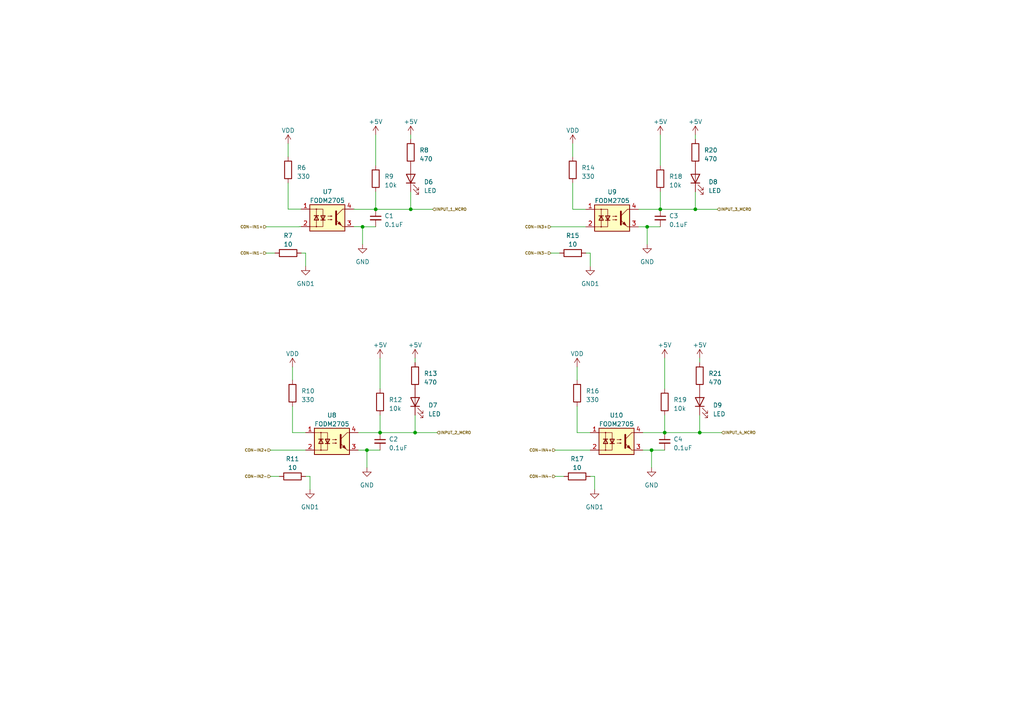
<source format=kicad_sch>
(kicad_sch (version 20230121) (generator eeschema)
  (paper "A4")
  (lib_symbols
    (symbol "Device:C_Small" (pin_numbers hide) (pin_names (offset 0.254) hide)
      (property "Reference" "C" (at 0.254 1.778 0))
      (property "Value" "C_Small" (at 0.254 -2.032 0))
      (symbol "C_Small_0_1"
        (polyline (pts (xy -1.524 -0.508) (xy 1.524 -0.508)) (stroke (width 0.3302)))
        (polyline (pts (xy -1.524 0.508) (xy 1.524 0.508)) (stroke (width 0.3048)))
      )
      (symbol "C_Small_1_1"
        (pin passive line (at 0 2.54 270) (length 2.032) (name "~") (number "1"))
        (pin passive line (at 0 -2.54 90) (length 2.032) (name "~") (number "2"))
      )
    )
    (symbol "Device:LED" (pin_numbers hide) (pin_names (offset 1.016) hide)
      (property "Reference" "D" (at 0 2.54 0))
      (property "Value" "LED" (at 0 -2.54 0))
      (symbol "LED_0_1"
        (polyline (pts (xy -1.27 -1.27) (xy -1.27 1.27)) (stroke (width 0.254)))
        (polyline (pts (xy -1.27 0) (xy 1.27 0)))
        (polyline (pts (xy 1.27 -1.27) (xy 1.27 1.27) (xy -1.27 0) (xy 1.27 -1.27)) (stroke (width 0.254)))
        (polyline (pts (xy -3.048 -0.762) (xy -4.572 -2.286) (xy -3.81 -2.286) (xy -4.572 -2.286) (xy -4.572 -1.524)))
        (polyline (pts (xy -1.778 -0.762) (xy -3.302 -2.286) (xy -2.54 -2.286) (xy -3.302 -2.286) (xy -3.302 -1.524)))
      )
      (symbol "LED_1_1"
        (pin passive line (at -3.81 0 0) (length 2.54) (name "K") (number "1"))
        (pin passive line (at 3.81 0 180) (length 2.54) (name "A") (number "2"))
      )
    )
    (symbol "Device:R" (pin_numbers hide) (pin_names (offset 0))
      (property "Reference" "R" (at 2.032 0 90))
      (property "Value" "R" (at 0 0 90))
      (symbol "R_0_1"
        (rectangle (start -1.016 -2.54) (end 1.016 2.54) (stroke (width 0.254)))
      )
      (symbol "R_1_1"
        (pin passive line (at 0 3.81 270) (length 1.27) (name "~") (number "1"))
        (pin passive line (at 0 -3.81 90) (length 1.27) (name "~") (number "2"))
      )
    )
    (symbol "nuevos simvolos:FODM2705"
      (property "Reference" "U" (at 0 0 0))
      (property "Value" "FODM2705" (at 0 -1.8288 0))
      (symbol "FODM2705_0_1"
        (rectangle (start -5.1308 8.9408) (end 5.0292 1.3208) (stroke (width 0.254)) (fill (type background)))
        (circle (center -3.2258 2.5908) (radius 0.127))
        (circle (center -3.2258 7.6708) (radius 0.127))
        (polyline (pts (xy -3.8608 5.7658) (xy -2.5908 5.7658)) (stroke (width 0.254)))
        (polyline (pts (xy -3.2258 4.4958) (xy -3.2258 2.5908)))
        (polyline (pts (xy -3.2258 4.4958) (xy -3.2258 7.6708)))
        (polyline (pts (xy -1.9558 4.4958) (xy -0.6858 4.4958)) (stroke (width 0.254)))
        (polyline (pts (xy 2.4892 5.7658) (xy 4.3942 7.6708)))
        (polyline (pts (xy 4.3942 2.5908) (xy 2.4892 4.4958)) (fill (type outline)))
        (polyline (pts (xy 4.3942 2.5908) (xy 5.0292 2.5908)))
        (polyline (pts (xy 4.3942 7.6708) (xy 5.0292 7.6708)))
        (polyline (pts (xy -5.1308 7.6708) (xy -1.3208 7.6708) (xy -1.3208 4.4958)))
        (polyline (pts (xy -1.3208 4.4958) (xy -1.3208 2.5908) (xy -5.1308 2.5908)))
        (polyline (pts (xy 2.4892 7.0358) (xy 2.4892 3.2258) (xy 2.4892 3.2258)) (stroke (width 0.508)))
        (polyline (pts (xy -3.2258 5.7658) (xy -3.8608 4.4958) (xy -2.5908 4.4958) (xy -3.2258 5.7658)) (stroke (width 0.254)))
        (polyline (pts (xy -1.3208 4.4958) (xy -1.9558 5.7658) (xy -0.6858 5.7658) (xy -1.3208 4.4958)) (stroke (width 0.254)))
        (polyline (pts (xy 0.0762 4.6228) (xy 1.3462 4.6228) (xy 0.9652 4.4958) (xy 0.9652 4.7498) (xy 1.3462 4.6228)))
        (polyline (pts (xy 0.0762 5.6388) (xy 1.3462 5.6388) (xy 0.9652 5.5118) (xy 0.9652 5.7658) (xy 1.3462 5.6388)))
        (polyline (pts (xy 2.9972 3.4798) (xy 3.5052 3.9878) (xy 4.0132 2.9718) (xy 2.9972 3.4798) (xy 2.9972 3.4798)) (fill (type outline)))
      )
      (symbol "FODM2705_1_1"
        (pin passive line (at -7.6708 7.6708 0) (length 2.54) (name "~") (number "1"))
        (pin passive line (at -7.6708 2.5908 0) (length 2.54) (name "~") (number "2"))
        (pin passive line (at 7.5692 2.5908 180) (length 2.54) (name "~") (number "3"))
        (pin passive line (at 7.5692 7.6708 180) (length 2.54) (name "~") (number "4"))
      )
    )
    (symbol "power:+5V" (power) (pin_names (offset 0))
      (property "Value" "+5V" (at 0 3.556 0))
      (symbol "+5V_0_1"
        (polyline (pts (xy -0.762 1.27) (xy 0 2.54)))
        (polyline (pts (xy 0 0) (xy 0 2.54)))
        (polyline (pts (xy 0 2.54) (xy 0.762 1.27)))
      )
      (symbol "+5V_1_1"
        (pin power_in line (at 0 0 90) (length 0) hide (name "+5V") (number "1"))
      )
    )
    (symbol "power:GND" (power) (pin_names (offset 0))
      (property "Value" "GND" (at 0 -3.81 0))
      (symbol "GND_0_1"
        (polyline (pts (xy 0 0) (xy 0 -1.27) (xy 1.27 -1.27) (xy 0 -2.54) (xy -1.27 -1.27) (xy 0 -1.27)))
      )
      (symbol "GND_1_1"
        (pin power_in line (at 0 0 270) (length 0) hide (name "GND") (number "1"))
      )
    )
    (symbol "power:GND1" (power) (pin_names (offset 0))
      (property "Value" "GND1" (at 0 -3.81 0))
      (symbol "GND1_0_1"
        (polyline (pts (xy 0 0) (xy 0 -1.27) (xy 1.27 -1.27) (xy 0 -2.54) (xy -1.27 -1.27) (xy 0 -1.27)))
      )
      (symbol "GND1_1_1"
        (pin power_in line (at 0 0 270) (length 0) hide (name "GND1") (number "1"))
      )
    )
    (symbol "power:VDD" (power) (pin_names (offset 0))
      (property "Value" "VDD" (at 0 3.81 0))
      (symbol "VDD_0_1"
        (polyline (pts (xy -0.762 1.27) (xy 0 2.54)))
        (polyline (pts (xy 0 0) (xy 0 2.54)))
        (polyline (pts (xy 0 2.54) (xy 0.762 1.27)))
      )
      (symbol "VDD_1_1"
        (pin power_in line (at 0 0 90) (length 0) hide (name "VDD") (number "1"))
      )
    )
  )
  (junction (at 191.516 60.706))
  (junction (at 119.126 60.706))
  (junction (at 192.786 125.476))
  (junction (at 120.396 125.476))
  (junction (at 110.236 125.476))
  (junction (at 105.156 65.786))
  (junction (at 188.976 130.556))
  (junction (at 202.946 125.476))
  (junction (at 108.966 60.706))
  (junction (at 106.426 130.556))
  (junction (at 187.706 65.786))
  (junction (at 201.676 60.706))
  (wire (pts (xy 186.436 125.476) (xy 192.786 125.476)))
  (wire (pts (xy 166.116 53.086) (xy 166.116 60.706)))
  (wire (pts (xy 103.886 125.476) (xy 110.236 125.476)))
  (wire (pts (xy 84.836 117.856) (xy 84.836 125.476)))
  (wire (pts (xy 119.126 55.626) (xy 119.126 60.706)))
  (wire (pts (xy 84.836 125.476) (xy 88.646 125.476)))
  (wire (pts (xy 167.386 117.856) (xy 167.386 125.476)))
  (wire (pts (xy 84.836 106.426) (xy 84.836 110.236)))
  (wire (pts (xy 185.166 65.786) (xy 187.706 65.786)))
  (wire (pts (xy 119.126 60.706) (xy 125.476 60.706)))
  (wire (pts (xy 106.426 130.556) (xy 106.426 135.636)))
  (wire (pts (xy 105.156 65.786) (xy 105.156 70.866)))
  (wire (pts (xy 83.566 53.086) (xy 83.566 60.6552)))
  (wire (pts (xy 105.156 65.7352) (xy 105.156 65.786)))
  (wire (pts (xy 108.966 39.116) (xy 108.966 48.006)))
  (wire (pts (xy 186.436 130.556) (xy 188.976 130.556)))
  (wire (pts (xy 167.386 125.476) (xy 171.196 125.476)))
  (wire (pts (xy 192.786 103.886) (xy 192.786 112.776)))
  (wire (pts (xy 88.646 73.406) (xy 87.376 73.406)))
  (wire (pts (xy 110.236 103.886) (xy 110.236 112.776)))
  (wire (pts (xy 83.566 41.656) (xy 83.566 45.466)))
  (wire (pts (xy 106.426 130.556) (xy 110.236 130.556)))
  (wire (pts (xy 187.706 65.786) (xy 187.706 70.866)))
  (wire (pts (xy 161.036 130.556) (xy 171.196 130.556)))
  (wire (pts (xy 120.396 103.886) (xy 120.396 105.156)))
  (wire (pts (xy 188.976 130.556) (xy 192.786 130.556)))
  (wire (pts (xy 201.676 60.706) (xy 208.026 60.706)))
  (wire (pts (xy 159.766 73.406) (xy 162.306 73.406)))
  (wire (pts (xy 201.676 55.626) (xy 201.676 60.706)))
  (wire (pts (xy 202.946 103.886) (xy 202.946 105.156)))
  (wire (pts (xy 83.566 60.6552) (xy 87.3252 60.6552)))
  (wire (pts (xy 86.8172 65.7352) (xy 86.8172 65.786)))
  (wire (pts (xy 202.946 120.396) (xy 202.946 125.476)))
  (wire (pts (xy 191.516 39.116) (xy 191.516 48.006)))
  (wire (pts (xy 172.466 141.986) (xy 172.466 138.176)))
  (wire (pts (xy 187.706 65.786) (xy 191.516 65.786)))
  (wire (pts (xy 119.126 60.706) (xy 108.966 60.706)))
  (wire (pts (xy 120.396 125.476) (xy 110.236 125.476)))
  (wire (pts (xy 86.8172 65.786) (xy 77.216 65.786)))
  (wire (pts (xy 185.166 60.706) (xy 191.516 60.706)))
  (wire (pts (xy 171.196 77.216) (xy 171.196 73.406)))
  (wire (pts (xy 120.396 120.396) (xy 120.396 125.476)))
  (wire (pts (xy 110.236 120.396) (xy 110.236 125.476)))
  (wire (pts (xy 188.976 130.556) (xy 188.976 135.636)))
  (wire (pts (xy 159.766 65.786) (xy 169.926 65.786)))
  (wire (pts (xy 161.036 138.176) (xy 163.576 138.176)))
  (wire (pts (xy 192.786 120.396) (xy 192.786 125.476)))
  (wire (pts (xy 89.916 138.176) (xy 88.646 138.176)))
  (wire (pts (xy 102.5652 60.6552) (xy 102.8192 60.6552)))
  (wire (pts (xy 86.8172 65.7352) (xy 87.3252 65.7352)))
  (wire (pts (xy 202.946 125.476) (xy 209.296 125.476)))
  (wire (pts (xy 108.966 55.626) (xy 108.966 60.706)))
  (wire (pts (xy 78.486 130.556) (xy 88.646 130.556)))
  (wire (pts (xy 102.8192 60.6552) (xy 102.8192 60.706)))
  (wire (pts (xy 171.196 73.406) (xy 169.926 73.406)))
  (wire (pts (xy 78.486 138.176) (xy 81.026 138.176)))
  (wire (pts (xy 89.916 141.986) (xy 89.916 138.176)))
  (wire (pts (xy 191.516 55.626) (xy 191.516 60.706)))
  (wire (pts (xy 166.116 41.656) (xy 166.116 45.466)))
  (wire (pts (xy 202.946 125.476) (xy 192.786 125.476)))
  (wire (pts (xy 201.676 60.706) (xy 191.516 60.706)))
  (wire (pts (xy 103.886 130.556) (xy 106.426 130.556)))
  (wire (pts (xy 172.466 138.176) (xy 171.196 138.176)))
  (wire (pts (xy 166.116 60.706) (xy 169.926 60.706)))
  (wire (pts (xy 102.5652 65.7352) (xy 105.156 65.7352)))
  (wire (pts (xy 167.386 106.426) (xy 167.386 110.236)))
  (wire (pts (xy 105.156 65.786) (xy 108.966 65.786)))
  (wire (pts (xy 102.8192 60.706) (xy 108.966 60.706)))
  (wire (pts (xy 77.216 73.406) (xy 79.756 73.406)))
  (wire (pts (xy 119.126 39.116) (xy 119.126 40.386)))
  (wire (pts (xy 88.646 77.216) (xy 88.646 73.406)))
  (wire (pts (xy 120.396 125.476) (xy 126.746 125.476)))
  (wire (pts (xy 201.676 39.116) (xy 201.676 40.386)))
  (hierarchical_label "INPUT_2_MCRO" (shape input) (at 126.746 125.476 0) (effects (font (size 0.8 0.8))))
  (hierarchical_label "CON-IN4-" (shape input) (at 161.036 138.176 180) (effects (font (size 0.8 0.8))))
  (hierarchical_label "INPUT_1_MCRO" (shape input) (at 125.476 60.706 0) (effects (font (size 0.8 0.8))))
  (hierarchical_label "CON-IN4+" (shape input) (at 161.036 130.556 180) (effects (font (size 0.8 0.8))))
  (hierarchical_label "CON-IN3+" (shape input) (at 159.766 65.786 180) (effects (font (size 0.8 0.8))))
  (hierarchical_label "CON-IN2-" (shape input) (at 78.486 138.176 180) (effects (font (size 0.8 0.8))))
  (hierarchical_label "CON-IN1-" (shape input) (at 77.216 73.406 180) (effects (font (size 0.8 0.8))))
  (hierarchical_label "INPUT_3_MCRO" (shape input) (at 208.026 60.706 0) (effects (font (size 0.8 0.8))))
  (hierarchical_label "CON-IN1+" (shape input) (at 77.216 65.786 180) (effects (font (size 0.8 0.8))))
  (hierarchical_label "CON-IN3-" (shape input) (at 159.766 73.406 180) (effects (font (size 0.8 0.8))))
  (hierarchical_label "CON-IN2+" (shape input) (at 78.486 130.556 180) (effects (font (size 0.8 0.8))))
  (hierarchical_label "INPUT_4_MCRO" (shape input) (at 209.296 125.476 0) (effects (font (size 0.8 0.8))))
  (symbol (lib_id "power:GND") (at 105.156 70.866 0) (unit 1)
    (property "Reference" "#PWR013" (effects hide))
    (property "Value" "GND" (at 105.156 75.946 0))
  )
  (symbol (lib_id "Device:LED") (at 202.946 116.586 90) (unit 1)
    (property "Reference" "D9" (at 206.756 117.5385 90) (effects (justify right)))
    (property "Value" "LED" (at 206.756 120.0785 90) (effects (justify right)))
    (property "Footprint" "LED_SMD:LED_0805_2012Metric" (effects hide))
  )
  (symbol (lib_id "Device:R") (at 119.126 44.196 0) (unit 1)
    (property "Reference" "R8" (at 121.666 43.561 0) (effects (justify left)))
    (property "Value" "470" (at 121.666 46.101 0) (effects (justify left)))
    (property "Footprint" "Resistor_SMD:R_0805_2012Metric" (effects hide))
  )
  (symbol (lib_id "power:+5V") (at 192.786 103.886 0) (unit 1)
    (property "Reference" "#PWR030" (effects hide))
    (property "Value" "+5V" (at 192.786 100.076 0))
  )
  (symbol (lib_id "power:VDD") (at 84.836 106.426 0) (unit 1)
    (property "Reference" "#PWR018" (effects hide))
    (property "Value" "VDD" (at 84.836 102.616 0))
  )
  (symbol (lib_id "nuevos simvolos:FODM2705") (at 94.996 68.326 0) (unit 1)
    (property "Reference" "U7" (at 94.9452 55.626 0))
    (property "Value" "FODM2705" (at 94.9452 58.166 0))
    (property "Footprint" "nuevo simbolo:FODM2705" (effects hide))
    (property "Datasheet" "https://pdf1.alldatasheet.com/datasheet-pdf/view/176509/FAIRCHILD/FODM2705.html" (effects hide))
  )
  (symbol (lib_id "power:VDD") (at 167.386 106.426 0) (unit 1)
    (property "Reference" "#PWR024" (effects hide))
    (property "Value" "VDD" (at 167.386 102.616 0))
  )
  (symbol (lib_id "nuevos simvolos:FODM2705") (at 177.5968 68.3768 0) (unit 1)
    (property "Reference" "U9" (at 177.546 55.6768 0))
    (property "Value" "FODM2705" (at 177.546 58.2168 0))
    (property "Footprint" "nuevo simbolo:FODM2705" (effects hide))
    (property "Datasheet" "https://pdf1.alldatasheet.com/datasheet-pdf/view/176509/FAIRCHILD/FODM2705.html" (effects hide))
  )
  (symbol (lib_id "power:GND1") (at 171.196 77.216 0) (unit 1)
    (property "Reference" "#PWR025" (effects hide))
    (property "Value" "GND1" (at 171.196 82.296 0))
  )
  (symbol (lib_id "Device:LED") (at 120.396 116.586 90) (unit 1)
    (property "Reference" "D7" (at 124.206 117.5385 90) (effects (justify right)))
    (property "Value" "LED" (at 124.206 120.0785 90) (effects (justify right)))
    (property "Footprint" "LED_SMD:LED_0805_2012Metric" (effects hide))
  )
  (symbol (lib_id "Device:R") (at 83.566 49.276 0) (unit 1)
    (property "Reference" "R6" (at 86.106 48.641 0) (effects (justify left)))
    (property "Value" "330" (at 86.106 51.181 0) (effects (justify left)))
    (property "Footprint" "Resistor_SMD:R_0805_2012Metric" (effects hide))
  )
  (symbol (lib_id "Device:R") (at 120.396 108.966 0) (unit 1)
    (property "Reference" "R13" (at 122.936 108.331 0) (effects (justify left)))
    (property "Value" "470" (at 122.936 110.871 0) (effects (justify left)))
    (property "Footprint" "Resistor_SMD:R_0805_2012Metric" (effects hide))
  )
  (symbol (lib_id "nuevos simvolos:FODM2705") (at 178.8668 133.1468 0) (unit 1)
    (property "Reference" "U10" (at 178.816 120.4468 0))
    (property "Value" "FODM2705" (at 178.816 122.9868 0))
    (property "Footprint" "nuevo simbolo:FODM2705" (effects hide))
    (property "Datasheet" "https://pdf1.alldatasheet.com/datasheet-pdf/view/176509/FAIRCHILD/FODM2705.html" (effects hide))
  )
  (symbol (lib_id "power:GND1") (at 88.646 77.216 0) (unit 1)
    (property "Reference" "#PWR014" (effects hide))
    (property "Value" "GND1" (at 88.646 82.296 0))
  )
  (symbol (lib_id "Device:R") (at 167.386 114.046 0) (unit 1)
    (property "Reference" "R16" (at 169.926 113.411 0) (effects (justify left)))
    (property "Value" "330" (at 169.926 115.951 0) (effects (justify left)))
    (property "Footprint" "Resistor_SMD:R_0805_2012Metric" (effects hide))
  )
  (symbol (lib_id "Device:R") (at 166.116 49.276 0) (unit 1)
    (property "Reference" "R14" (at 168.656 48.641 0) (effects (justify left)))
    (property "Value" "330" (at 168.656 51.181 0) (effects (justify left)))
    (property "Footprint" "Resistor_SMD:R_0805_2012Metric" (effects hide))
  )
  (symbol (lib_id "Device:C_Small") (at 108.966 63.246 0) (unit 1)
    (property "Reference" "C1" (at 111.506 62.6173 0) (effects (justify left)))
    (property "Value" "0.1uF" (at 111.506 65.1573 0) (effects (justify left)))
    (property "Footprint" "Capacitor_SMD:C_0805_2012Metric" (effects hide))
  )
  (symbol (lib_id "Device:C_Small") (at 191.516 63.246 0) (unit 1)
    (property "Reference" "C3" (at 194.056 62.6173 0) (effects (justify left)))
    (property "Value" "0.1uF" (at 194.056 65.1573 0) (effects (justify left)))
    (property "Footprint" "Capacitor_SMD:C_0805_2012Metric" (effects hide))
  )
  (symbol (lib_id "Device:C_Small") (at 110.236 128.016 0) (unit 1)
    (property "Reference" "C2" (at 112.776 127.3873 0) (effects (justify left)))
    (property "Value" "0.1uF" (at 112.776 129.9273 0) (effects (justify left)))
    (property "Footprint" "Capacitor_SMD:C_0805_2012Metric" (effects hide))
  )
  (symbol (lib_id "Device:R") (at 201.676 44.196 0) (unit 1)
    (property "Reference" "R20" (at 204.216 43.561 0) (effects (justify left)))
    (property "Value" "470" (at 204.216 46.101 0) (effects (justify left)))
    (property "Footprint" "Resistor_SMD:R_0805_2012Metric" (effects hide))
  )
  (symbol (lib_id "Device:R") (at 84.836 138.176 90) (unit 1)
    (property "Reference" "R11" (at 84.836 133.096 90))
    (property "Value" "10" (at 84.836 135.636 90))
    (property "Footprint" "Resistor_SMD:R_0805_2012Metric" (effects hide))
  )
  (symbol (lib_id "Device:R") (at 202.946 108.966 0) (unit 1)
    (property "Reference" "R21" (at 205.486 108.331 0) (effects (justify left)))
    (property "Value" "470" (at 205.486 110.871 0) (effects (justify left)))
    (property "Footprint" "Resistor_SMD:R_0805_2012Metric" (effects hide))
  )
  (symbol (lib_id "power:+5V") (at 110.236 103.886 0) (unit 1)
    (property "Reference" "#PWR021" (effects hide))
    (property "Value" "+5V" (at 110.236 100.076 0))
  )
  (symbol (lib_id "Device:R") (at 191.516 51.816 0) (unit 1)
    (property "Reference" "R18" (at 194.056 51.181 0) (effects (justify left)))
    (property "Value" "10k" (at 194.056 53.721 0) (effects (justify left)))
    (property "Footprint" "Resistor_SMD:R_0805_2012Metric" (effects hide))
  )
  (symbol (lib_id "Device:R") (at 84.836 114.046 0) (unit 1)
    (property "Reference" "R10" (at 87.376 113.411 0) (effects (justify left)))
    (property "Value" "330" (at 87.376 115.951 0) (effects (justify left)))
    (property "Footprint" "Resistor_SMD:R_0805_2012Metric" (effects hide))
  )
  (symbol (lib_id "power:VDD") (at 166.116 41.656 0) (unit 1)
    (property "Reference" "#PWR023" (effects hide))
    (property "Value" "VDD" (at 166.116 37.846 0))
  )
  (symbol (lib_id "Device:R") (at 108.966 51.816 0) (unit 1)
    (property "Reference" "R9" (at 111.506 51.181 0) (effects (justify left)))
    (property "Value" "10k" (at 111.506 53.721 0) (effects (justify left)))
    (property "Footprint" "Resistor_SMD:R_0805_2012Metric" (effects hide))
  )
  (symbol (lib_id "Device:C_Small") (at 192.786 128.016 0) (unit 1)
    (property "Reference" "C4" (at 195.326 127.3873 0) (effects (justify left)))
    (property "Value" "0.1uF" (at 195.326 129.9273 0) (effects (justify left)))
    (property "Footprint" "Capacitor_SMD:C_0805_2012Metric" (effects hide))
  )
  (symbol (lib_id "Device:R") (at 166.116 73.406 90) (unit 1)
    (property "Reference" "R15" (at 166.116 68.326 90))
    (property "Value" "10" (at 166.116 70.866 90))
    (property "Footprint" "Resistor_SMD:R_0805_2012Metric" (effects hide))
  )
  (symbol (lib_id "nuevos simvolos:FODM2705") (at 96.3168 133.1468 0) (unit 1)
    (property "Reference" "U8" (at 96.266 120.4468 0))
    (property "Value" "FODM2705" (at 96.266 122.9868 0))
    (property "Footprint" "nuevo simbolo:FODM2705" (effects hide))
    (property "Datasheet" "https://pdf1.alldatasheet.com/datasheet-pdf/view/176509/FAIRCHILD/FODM2705.html" (effects hide))
  )
  (symbol (lib_id "Device:R") (at 192.786 116.586 0) (unit 1)
    (property "Reference" "R19" (at 195.326 115.951 0) (effects (justify left)))
    (property "Value" "10k" (at 195.326 118.491 0) (effects (justify left)))
    (property "Footprint" "Resistor_SMD:R_0805_2012Metric" (effects hide))
  )
  (symbol (lib_id "Device:R") (at 83.566 73.406 90) (unit 1)
    (property "Reference" "R7" (at 83.566 68.326 90))
    (property "Value" "10" (at 83.566 70.866 90))
    (property "Footprint" "Resistor_SMD:R_0805_2012Metric" (effects hide))
  )
  (symbol (lib_id "power:+5V") (at 201.676 39.116 0) (unit 1)
    (property "Reference" "#PWR031" (effects hide))
    (property "Value" "+5V" (at 201.676 35.306 0))
  )
  (symbol (lib_id "power:GND") (at 187.706 70.866 0) (unit 1)
    (property "Reference" "#PWR027" (effects hide))
    (property "Value" "GND" (at 187.706 75.946 0))
  )
  (symbol (lib_id "power:+5V") (at 108.966 39.116 0) (unit 1)
    (property "Reference" "#PWR017" (effects hide))
    (property "Value" "+5V" (at 108.966 35.306 0))
  )
  (symbol (lib_id "Device:R") (at 110.236 116.586 0) (unit 1)
    (property "Reference" "R12" (at 112.776 115.951 0) (effects (justify left)))
    (property "Value" "10k" (at 112.776 118.491 0) (effects (justify left)))
    (property "Footprint" "Resistor_SMD:R_0805_2012Metric" (effects hide))
  )
  (symbol (lib_id "Device:LED") (at 201.676 51.816 90) (unit 1)
    (property "Reference" "D8" (at 205.486 52.7685 90) (effects (justify right)))
    (property "Value" "LED" (at 205.486 55.3085 90) (effects (justify right)))
    (property "Footprint" "LED_SMD:LED_0805_2012Metric" (effects hide))
  )
  (symbol (lib_id "power:GND1") (at 89.916 141.986 0) (unit 1)
    (property "Reference" "#PWR019" (effects hide))
    (property "Value" "GND1" (at 89.916 147.066 0))
  )
  (symbol (lib_id "power:GND") (at 106.426 135.636 0) (unit 1)
    (property "Reference" "#PWR020" (effects hide))
    (property "Value" "GND" (at 106.426 140.716 0))
  )
  (symbol (lib_id "power:+5V") (at 202.946 103.886 0) (unit 1)
    (property "Reference" "#PWR032" (effects hide))
    (property "Value" "+5V" (at 202.946 100.076 0))
  )
  (symbol (lib_id "power:VDD") (at 83.566 41.656 0) (unit 1)
    (property "Reference" "#PWR015" (effects hide))
    (property "Value" "VDD" (at 83.566 37.846 0))
  )
  (symbol (lib_id "power:GND1") (at 172.466 141.986 0) (unit 1)
    (property "Reference" "#PWR026" (effects hide))
    (property "Value" "GND1" (at 172.466 147.066 0))
  )
  (symbol (lib_id "power:+5V") (at 120.396 103.886 0) (unit 1)
    (property "Reference" "#PWR022" (effects hide))
    (property "Value" "+5V" (at 120.396 100.076 0))
  )
  (symbol (lib_id "power:GND") (at 188.976 135.636 0) (unit 1)
    (property "Reference" "#PWR028" (effects hide))
    (property "Value" "GND" (at 188.976 140.716 0))
  )
  (symbol (lib_id "power:+5V") (at 119.126 39.116 0) (unit 1)
    (property "Reference" "#PWR016" (effects hide))
    (property "Value" "+5V" (at 119.126 35.306 0))
  )
  (symbol (lib_id "Device:R") (at 167.386 138.176 90) (unit 1)
    (property "Reference" "R17" (at 167.386 133.096 90))
    (property "Value" "10" (at 167.386 135.636 90))
    (property "Footprint" "Resistor_SMD:R_0805_2012Metric" (effects hide))
  )
  (symbol (lib_id "power:+5V") (at 191.516 39.116 0) (unit 1)
    (property "Reference" "#PWR029" (effects hide))
    (property "Value" "+5V" (at 191.516 35.306 0))
  )
  (symbol (lib_id "Device:LED") (at 119.126 51.816 90) (unit 1)
    (property "Reference" "D6" (at 122.936 52.7685 90) (effects (justify right)))
    (property "Value" "LED" (at 122.936 55.3085 90) (effects (justify right)))
    (property "Footprint" "LED_SMD:LED_0805_2012Metric" (effects hide))
  )
)
</source>
